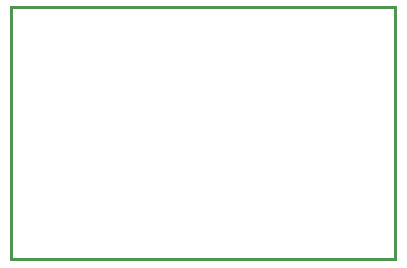
<source format=gbr>
G04 ===== Begin FILE IDENTIFICATION =====*
G04 File Format:  Gerber RS274X*
G04 ===== End FILE IDENTIFICATION =====*
%FSLAX24Y24*%
%MOMM*%
%SFA1.0000B1.0000*%
%OFA0.0B0.0*%
%ADD10C,0.025000*%
%LNprofile*%
%IPPOS*%
%LPD*%
G75*
G36*
G01X546485Y324256D02*
G01Y324234D01*
G01X546486Y324212D01*
G01X546487Y324190D01*
G01X546488Y324168D01*
G01X546490Y324146D01*
G01X546492Y324125D01*
G01X546494Y324103D01*
G01X546497Y324081D01*
G01X546500Y324059D01*
G01X546504Y324038D01*
G01X546508Y324016D01*
G01X546512Y323995D01*
G01X546517Y323973D01*
G01X546522Y323952D01*
G01X546528Y323931D01*
G01X546534Y323910D01*
G01X546540Y323888D01*
G01X546547Y323868D01*
G01X546553Y323847D01*
G01X546561Y323826D01*
G01X546568Y323806D01*
G01X546577Y323785D01*
G01X546585Y323765D01*
G01X546594Y323745D01*
G01X546603Y323725D01*
G01X546612Y323705D01*
G01X546622Y323685D01*
G01X546632Y323666D01*
G01X546643Y323647D01*
G01X546653Y323628D01*
G01X546665Y323609D01*
G01X546676Y323590D01*
G01X546688Y323571D01*
G01X546700Y323553D01*
G01X546712Y323535D01*
G01X546725Y323517D01*
G01X546738Y323500D01*
G01X546751Y323482D01*
G01X546765Y323465D01*
G01X546779Y323448D01*
G01X546793Y323431D01*
G01X546808Y323415D01*
G01X546823Y323399D01*
G01X546838Y323383D01*
G01X546853Y323367D01*
G01X546869Y323352D01*
G01X546885Y323337D01*
G01X546901Y323322D01*
G01X546917Y323307D01*
G01X546934Y323293D01*
G01X546951Y323279D01*
G01X546968Y323265D01*
G01X546986Y323252D01*
G01X547003Y323239D01*
G01X547021Y323226D01*
G01X547039Y323214D01*
G01X547057Y323202D01*
G01X547076Y323190D01*
G01X547095Y323179D01*
G01X547114Y323167D01*
G01X547133Y323157D01*
G01X547152Y323146D01*
G01X547171Y323136D01*
G01X547191Y323126D01*
G01X547211Y323117D01*
G01X547231Y323108D01*
G01X547251Y323099D01*
G01X547271Y323091D01*
G01X547292Y323082D01*
G01X547312Y323075D01*
G01X547333Y323067D01*
G01X547354Y323061D01*
G01X547374Y323054D01*
G01X547396Y323048D01*
G01X547417Y323042D01*
G01X547438Y323036D01*
G01X547459Y323031D01*
G01X547481Y323026D01*
G01X547502Y323022D01*
G01X547524Y323018D01*
G01X547545Y323014D01*
G01X547567Y323011D01*
G01X547589Y323008D01*
G01X547611Y323006D01*
G01X547632Y323004D01*
G01X547654Y323002D01*
G01X547676Y323001D01*
G01X547698Y323000D01*
G01X547720Y322999D01*
G01X547742D01*
G01Y323142D01*
G01X874515D01*
G01Y539398D01*
G01X549000D01*
G01Y536883D01*
G01X872000D01*
G01Y325657D01*
G01X549000D01*
G01Y536883D01*
G01Y539398D01*
G01X547742D01*
G01Y539255D01*
G01X547720D01*
G01X547698Y539254D01*
G01X547676Y539253D01*
G01X547654Y539252D01*
G01X547632Y539250D01*
G01X547611Y539248D01*
G01X547589Y539246D01*
G01X547567Y539243D01*
G01X547545Y539239D01*
G01X547524Y539236D01*
G01X547502Y539232D01*
G01X547481Y539227D01*
G01X547459Y539223D01*
G01X547438Y539218D01*
G01X547417Y539212D01*
G01X547395Y539206D01*
G01X547374Y539200D01*
G01X547353Y539193D01*
G01X547333Y539186D01*
G01X547312Y539179D01*
G01X547291Y539171D01*
G01X547271Y539163D01*
G01X547251Y539155D01*
G01X547231Y539146D01*
G01X547211Y539137D01*
G01X547191Y539128D01*
G01X547171Y539118D01*
G01X547152Y539108D01*
G01X547132Y539097D01*
G01X547113Y539086D01*
G01X547094Y539075D01*
G01X547076Y539064D01*
G01X547057Y539052D01*
G01X547039Y539040D01*
G01X547021Y539027D01*
G01X547003Y539015D01*
G01X546985Y539001D01*
G01X546968Y538988D01*
G01X546951Y538974D01*
G01X546934Y538960D01*
G01X546917Y538946D01*
G01X546901Y538932D01*
G01X546885Y538917D01*
G01X546869Y538902D01*
G01X546853Y538886D01*
G01X546838Y538871D01*
G01X546822Y538855D01*
G01X546808Y538839D01*
G01X546793Y538822D01*
G01X546779Y538805D01*
G01X546765Y538788D01*
G01X546751Y538771D01*
G01X546738Y538754D01*
G01X546725Y538736D01*
G01X546712Y538718D01*
G01X546700Y538700D01*
G01X546688Y538682D01*
G01X546676Y538663D01*
G01X546664Y538645D01*
G01X546653Y538626D01*
G01X546642Y538607D01*
G01X546632Y538587D01*
G01X546622Y538568D01*
G01X546612Y538548D01*
G01X546603Y538528D01*
G01X546594Y538509D01*
G01X546585Y538488D01*
G01X546576Y538468D01*
G01X546568Y538448D01*
G01X546561Y538427D01*
G01X546553Y538406D01*
G01X546546Y538386D01*
G01X546540Y538365D01*
G01X546534Y538344D01*
G01X546528Y538322D01*
G01X546522Y538301D01*
G01X546517Y538280D01*
G01X546512Y538258D01*
G01X546508Y538237D01*
G01X546504Y538215D01*
G01X546500Y538194D01*
G01X546497Y538172D01*
G01X546494Y538150D01*
G01X546492Y538128D01*
G01X546490Y538107D01*
G01X546488Y538085D01*
G01X546487Y538063D01*
G01X546486Y538041D01*
G01X546485Y538019D01*
G01Y537997D01*
G01Y324256D01*
G37*
M02*


</source>
